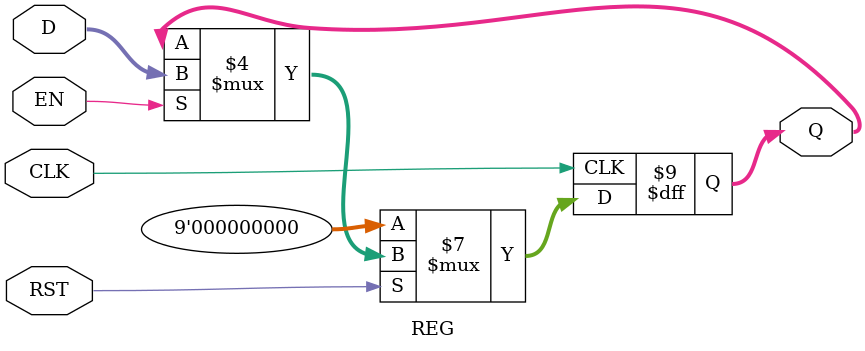
<source format=sv>
module REG #(
parameter SIZE = 9
)(
input CLK,RST,EN,
input [SIZE - 1: 0] D,
output [SIZE - 1 : 0] Q
);


always_ff@ (posedge CLK)
begin 
if (~RST) begin
Q <= 0;
end else begin

if (EN) Q <= D;
else Q <= Q;

end 

end

endmodule

</source>
